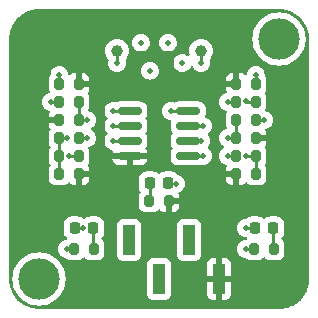
<source format=gbr>
%TF.GenerationSoftware,KiCad,Pcbnew,7.0.9*%
%TF.CreationDate,2023-12-14T21:42:17-08:00*%
%TF.ProjectId,encoder-board,656e636f-6465-4722-9d62-6f6172642e6b,rev?*%
%TF.SameCoordinates,Original*%
%TF.FileFunction,Copper,L1,Top*%
%TF.FilePolarity,Positive*%
%FSLAX46Y46*%
G04 Gerber Fmt 4.6, Leading zero omitted, Abs format (unit mm)*
G04 Created by KiCad (PCBNEW 7.0.9) date 2023-12-14 21:42:17*
%MOMM*%
%LPD*%
G01*
G04 APERTURE LIST*
G04 Aperture macros list*
%AMRoundRect*
0 Rectangle with rounded corners*
0 $1 Rounding radius*
0 $2 $3 $4 $5 $6 $7 $8 $9 X,Y pos of 4 corners*
0 Add a 4 corners polygon primitive as box body*
4,1,4,$2,$3,$4,$5,$6,$7,$8,$9,$2,$3,0*
0 Add four circle primitives for the rounded corners*
1,1,$1+$1,$2,$3*
1,1,$1+$1,$4,$5*
1,1,$1+$1,$6,$7*
1,1,$1+$1,$8,$9*
0 Add four rect primitives between the rounded corners*
20,1,$1+$1,$2,$3,$4,$5,0*
20,1,$1+$1,$4,$5,$6,$7,0*
20,1,$1+$1,$6,$7,$8,$9,0*
20,1,$1+$1,$8,$9,$2,$3,0*%
G04 Aperture macros list end*
%TA.AperFunction,SMDPad,CuDef*%
%ADD10RoundRect,0.200000X-0.200000X-0.275000X0.200000X-0.275000X0.200000X0.275000X-0.200000X0.275000X0*%
%TD*%
%TA.AperFunction,SMDPad,CuDef*%
%ADD11RoundRect,0.200000X0.200000X0.275000X-0.200000X0.275000X-0.200000X-0.275000X0.200000X-0.275000X0*%
%TD*%
%TA.AperFunction,SMDPad,CuDef*%
%ADD12RoundRect,0.218750X-0.218750X-0.256250X0.218750X-0.256250X0.218750X0.256250X-0.218750X0.256250X0*%
%TD*%
%TA.AperFunction,SMDPad,CuDef*%
%ADD13RoundRect,0.150000X0.825000X0.150000X-0.825000X0.150000X-0.825000X-0.150000X0.825000X-0.150000X0*%
%TD*%
%TA.AperFunction,SMDPad,CuDef*%
%ADD14C,1.000000*%
%TD*%
%TA.AperFunction,ComponentPad*%
%ADD15C,3.500000*%
%TD*%
%TA.AperFunction,SMDPad,CuDef*%
%ADD16R,1.000000X2.510000*%
%TD*%
%TA.AperFunction,SMDPad,CuDef*%
%ADD17RoundRect,0.218750X0.218750X0.256250X-0.218750X0.256250X-0.218750X-0.256250X0.218750X-0.256250X0*%
%TD*%
%TA.AperFunction,ViaPad*%
%ADD18C,0.500000*%
%TD*%
%TA.AperFunction,Conductor*%
%ADD19C,0.250000*%
%TD*%
G04 APERTURE END LIST*
D10*
%TO.P,R15,1*%
%TO.N,GND*%
X29655000Y-33274000D03*
%TO.P,R15,2*%
%TO.N,Net-(U3B-+)*%
X31305000Y-33274000D03*
%TD*%
%TO.P,R11,1*%
%TO.N,+3V3*%
X29655000Y-34798000D03*
%TO.P,R11,2*%
%TO.N,Net-(U3B-+)*%
X31305000Y-34798000D03*
%TD*%
D11*
%TO.P,R2,1*%
%TO.N,+3V3*%
X31305000Y-39370000D03*
%TO.P,R2,2*%
%TO.N,A2*%
X29655000Y-39370000D03*
%TD*%
%TO.P,R13,1*%
%TO.N,D2*%
X31305000Y-37846000D03*
%TO.P,R13,2*%
%TO.N,A2*%
X29655000Y-37846000D03*
%TD*%
D12*
%TO.P,D2,1,K*%
%TO.N,GND*%
X30962500Y-43942000D03*
%TO.P,D2,2,A*%
%TO.N,Net-(D2-A)*%
X32537500Y-43942000D03*
%TD*%
D10*
%TO.P,R9,1*%
%TO.N,Net-(U3A-+)*%
X44641000Y-33274000D03*
%TO.P,R9,2*%
%TO.N,A1*%
X46291000Y-33274000D03*
%TD*%
D11*
%TO.P,R3,1*%
%TO.N,Net-(U1-A)*%
X46291000Y-31750000D03*
%TO.P,R3,2*%
%TO.N,+3V3*%
X44641000Y-31750000D03*
%TD*%
D13*
%TO.P,U3,8,V+*%
%TO.N,+3V3*%
X35625000Y-37846000D03*
%TO.P,U3,7*%
%TO.N,D2*%
X35625000Y-36576000D03*
%TO.P,U3,6,-*%
%TO.N,Net-(U3B--)*%
X35625000Y-35306000D03*
%TO.P,U3,5,+*%
%TO.N,Net-(U3B-+)*%
X35625000Y-34036000D03*
%TO.P,U3,4,V-*%
%TO.N,GND*%
X40575000Y-34036000D03*
%TO.P,U3,3,+*%
%TO.N,Net-(U3A-+)*%
X40575000Y-35306000D03*
%TO.P,U3,2,-*%
%TO.N,Net-(U3A--)*%
X40575000Y-36576000D03*
%TO.P,U3,1*%
%TO.N,D1*%
X40575000Y-37846000D03*
%TD*%
D14*
%TO.P,TP1,1,1*%
%TO.N,A1*%
X41656000Y-28956000D03*
%TD*%
D15*
%TO.P,H2,1,1*%
%TO.N,GND*%
X27940000Y-48260000D03*
%TD*%
D10*
%TO.P,R10,1*%
%TO.N,D1*%
X44641000Y-37846000D03*
%TO.P,R10,2*%
%TO.N,A1*%
X46291000Y-37846000D03*
%TD*%
D15*
%TO.P,H1,1,1*%
%TO.N,GND*%
X48260000Y-27940000D03*
%TD*%
D10*
%TO.P,R6,1*%
%TO.N,D1*%
X46165000Y-45720000D03*
%TO.P,R6,2*%
%TO.N,Net-(D1-A)*%
X47815000Y-45720000D03*
%TD*%
D11*
%TO.P,R12,1*%
%TO.N,Net-(U3B--)*%
X31305000Y-36322000D03*
%TO.P,R12,2*%
%TO.N,A2*%
X29655000Y-36322000D03*
%TD*%
%TO.P,R14,1*%
%TO.N,GND*%
X46291000Y-34798000D03*
%TO.P,R14,2*%
%TO.N,Net-(U3A--)*%
X44641000Y-34798000D03*
%TD*%
%TO.P,R8,1*%
%TO.N,+3V3*%
X46291000Y-36322000D03*
%TO.P,R8,2*%
%TO.N,Net-(U3A--)*%
X44641000Y-36322000D03*
%TD*%
D14*
%TO.P,TP2,1,1*%
%TO.N,A2*%
X34544000Y-28956000D03*
%TD*%
D16*
%TO.P,J1,1,Pin_1*%
%TO.N,GND*%
X35560000Y-44958000D03*
%TO.P,J1,2,Pin_2*%
%TO.N,D2*%
X38100000Y-48268000D03*
%TO.P,J1,3,Pin_3*%
%TO.N,D1*%
X40640000Y-44958000D03*
%TO.P,J1,4,Pin_4*%
%TO.N,+3V3*%
X43180000Y-48268000D03*
%TD*%
D11*
%TO.P,R5,1*%
%TO.N,+3V3*%
X38925000Y-41656000D03*
%TO.P,R5,2*%
%TO.N,Net-(PW1-A)*%
X37275000Y-41656000D03*
%TD*%
D17*
%TO.P,PW1,1,K*%
%TO.N,GND*%
X38887500Y-40132000D03*
%TO.P,PW1,2,A*%
%TO.N,Net-(PW1-A)*%
X37312500Y-40132000D03*
%TD*%
D10*
%TO.P,R4,1*%
%TO.N,Net-(U2-A)*%
X29655000Y-31750000D03*
%TO.P,R4,2*%
%TO.N,+3V3*%
X31305000Y-31750000D03*
%TD*%
%TO.P,R7,1*%
%TO.N,D2*%
X30925000Y-45720000D03*
%TO.P,R7,2*%
%TO.N,Net-(D2-A)*%
X32575000Y-45720000D03*
%TD*%
D12*
%TO.P,D1,1,K*%
%TO.N,GND*%
X46202500Y-43942000D03*
%TO.P,D1,2,A*%
%TO.N,Net-(D1-A)*%
X47777500Y-43942000D03*
%TD*%
D10*
%TO.P,R1,1*%
%TO.N,+3V3*%
X44641000Y-39370000D03*
%TO.P,R1,2*%
%TO.N,A1*%
X46291000Y-39370000D03*
%TD*%
D18*
%TO.N,GND*%
X45466000Y-43942000D03*
X46990000Y-34798000D03*
X28956000Y-33274000D03*
X35560000Y-44196000D03*
X31650500Y-43923154D03*
X39573200Y-40182800D03*
X35560000Y-45720000D03*
X35560000Y-44958000D03*
X39116000Y-34036000D03*
%TO.N,A2*%
X34544000Y-29972000D03*
X30327600Y-36322000D03*
X37338254Y-30632400D03*
%TO.N,A1*%
X40081200Y-29972000D03*
X45490500Y-33224747D03*
X45490500Y-37817939D03*
X41656000Y-29972000D03*
%TO.N,D2*%
X30504500Y-37846000D03*
X34239200Y-36576000D03*
X38100000Y-48268000D03*
X30276800Y-45720000D03*
%TO.N,D1*%
X45466000Y-45720000D03*
X40640000Y-44958000D03*
X41808400Y-37846000D03*
X43942000Y-37846000D03*
%TO.N,Net-(U3A--)*%
X41656000Y-36576000D03*
X43942000Y-36322000D03*
%TO.N,Net-(U3A-+)*%
X41808400Y-35306000D03*
X43942000Y-33274000D03*
%TO.N,Net-(U3B-+)*%
X34239200Y-34036000D03*
X32004000Y-34798000D03*
%TO.N,Net-(U3B--)*%
X32004000Y-36322000D03*
X34239200Y-35306000D03*
%TO.N,Net-(U1-A)*%
X38862000Y-28244800D03*
X46278800Y-30988000D03*
%TO.N,Net-(U2-A)*%
X29667200Y-30988000D03*
X36576000Y-28244800D03*
%TD*%
D19*
%TO.N,GND*%
X40575000Y-34036000D02*
X39116000Y-34036000D01*
X30962500Y-43942000D02*
X31631654Y-43942000D01*
X31631654Y-43942000D02*
X31650500Y-43923154D01*
X29655000Y-33274000D02*
X28956000Y-33274000D01*
X46291000Y-34798000D02*
X46990000Y-34798000D01*
X46202500Y-43942000D02*
X45466000Y-43942000D01*
%TO.N,A2*%
X34544000Y-28956000D02*
X34544000Y-29972000D01*
X29655000Y-36322000D02*
X30327600Y-36322000D01*
X29655000Y-36322000D02*
X29655000Y-39370000D01*
%TO.N,A1*%
X46291000Y-37846000D02*
X46291000Y-39370000D01*
X45518561Y-37846000D02*
X46291000Y-37846000D01*
X41656000Y-28956000D02*
X41656000Y-29972000D01*
X46291000Y-33274000D02*
X45539753Y-33274000D01*
X45539753Y-33274000D02*
X45490500Y-33224747D01*
X45490500Y-37817939D02*
X45518561Y-37846000D01*
%TO.N,D2*%
X35625000Y-36576000D02*
X34239200Y-36576000D01*
X30962500Y-45682500D02*
X30925000Y-45720000D01*
X30925000Y-45720000D02*
X30276800Y-45720000D01*
X31305000Y-37846000D02*
X30504500Y-37846000D01*
X30962500Y-45428500D02*
X30925000Y-45466000D01*
%TO.N,D1*%
X46202500Y-45682500D02*
X46165000Y-45720000D01*
X44641000Y-37846000D02*
X43942000Y-37846000D01*
X40575000Y-37846000D02*
X41808400Y-37846000D01*
X46165000Y-45720000D02*
X45466000Y-45720000D01*
%TO.N,+3V3*%
X38887500Y-41618500D02*
X38925000Y-41656000D01*
%TO.N,Net-(D1-A)*%
X47777500Y-43942000D02*
X47777500Y-45682500D01*
X47777500Y-45682500D02*
X47815000Y-45720000D01*
%TO.N,Net-(D2-A)*%
X32537500Y-43942000D02*
X32537500Y-45682500D01*
X32537500Y-45682500D02*
X32575000Y-45720000D01*
%TO.N,Net-(U3A--)*%
X44641000Y-36322000D02*
X43942000Y-36322000D01*
X44641000Y-34798000D02*
X44641000Y-36322000D01*
X40575000Y-36576000D02*
X41656000Y-36576000D01*
%TO.N,Net-(U3A-+)*%
X41808400Y-35306000D02*
X40575000Y-35306000D01*
X44641000Y-33274000D02*
X43942000Y-33274000D01*
%TO.N,Net-(U3B-+)*%
X31305000Y-34798000D02*
X32004000Y-34798000D01*
X31305000Y-33274000D02*
X31305000Y-34798000D01*
X35625000Y-34036000D02*
X34239200Y-34036000D01*
%TO.N,Net-(U3B--)*%
X31305000Y-36322000D02*
X32004000Y-36322000D01*
X35625000Y-35306000D02*
X34239200Y-35306000D01*
%TO.N,Net-(PW1-A)*%
X37312500Y-40132000D02*
X37312500Y-41618500D01*
X37312500Y-41618500D02*
X37275000Y-41656000D01*
%TO.N,Net-(U1-A)*%
X46291000Y-31000200D02*
X46278800Y-30988000D01*
X46291000Y-31750000D02*
X46291000Y-31000200D01*
%TO.N,Net-(U2-A)*%
X29655000Y-31000200D02*
X29655000Y-31750000D01*
X29667200Y-30988000D02*
X29655000Y-31000200D01*
%TD*%
%TA.AperFunction,Conductor*%
%TO.N,+3V3*%
G36*
X48261737Y-25400598D02*
G01*
X48295041Y-25402467D01*
X48375603Y-25406992D01*
X48547691Y-25417401D01*
X48554297Y-25418160D01*
X48625907Y-25430327D01*
X48690343Y-25441277D01*
X48783462Y-25458340D01*
X48839227Y-25468560D01*
X48845198Y-25469963D01*
X48982032Y-25509384D01*
X49122850Y-25553265D01*
X49128092Y-25555164D01*
X49261420Y-25610391D01*
X49394609Y-25670334D01*
X49399147Y-25672605D01*
X49455891Y-25703966D01*
X49526422Y-25742947D01*
X49526439Y-25742956D01*
X49650935Y-25818217D01*
X49654739Y-25820711D01*
X49772726Y-25904427D01*
X49775072Y-25906176D01*
X49870416Y-25980874D01*
X49888332Y-25994910D01*
X49891409Y-25997486D01*
X49999430Y-26094018D01*
X50001957Y-26096408D01*
X50103590Y-26198041D01*
X50105980Y-26200568D01*
X50202512Y-26308589D01*
X50205088Y-26311666D01*
X50293811Y-26424912D01*
X50295571Y-26427272D01*
X50379287Y-26545259D01*
X50381781Y-26549063D01*
X50457043Y-26673560D01*
X50527393Y-26800851D01*
X50529668Y-26805398D01*
X50589609Y-26938581D01*
X50644831Y-27071899D01*
X50646744Y-27077183D01*
X50669633Y-27150634D01*
X50690631Y-27218021D01*
X50730032Y-27354790D01*
X50731440Y-27360781D01*
X50758722Y-27509656D01*
X50781835Y-27645683D01*
X50782599Y-27652330D01*
X50793012Y-27824475D01*
X50799402Y-27938263D01*
X50799500Y-27941741D01*
X50799500Y-48258258D01*
X50799402Y-48261736D01*
X50793012Y-48375524D01*
X50782599Y-48547668D01*
X50781835Y-48554315D01*
X50758722Y-48690343D01*
X50731440Y-48839217D01*
X50730032Y-48845208D01*
X50690625Y-48982001D01*
X50646744Y-49122815D01*
X50644831Y-49128099D01*
X50589609Y-49261418D01*
X50529668Y-49394600D01*
X50527394Y-49399147D01*
X50457043Y-49526439D01*
X50381781Y-49650936D01*
X50379287Y-49654739D01*
X50295571Y-49772726D01*
X50293811Y-49775086D01*
X50205088Y-49888332D01*
X50202512Y-49891409D01*
X50105980Y-49999430D01*
X50103590Y-50001957D01*
X50001957Y-50103590D01*
X49999430Y-50105980D01*
X49891409Y-50202512D01*
X49888332Y-50205088D01*
X49775086Y-50293811D01*
X49772726Y-50295571D01*
X49654739Y-50379287D01*
X49650936Y-50381781D01*
X49526439Y-50457043D01*
X49399147Y-50527394D01*
X49394600Y-50529668D01*
X49261418Y-50589609D01*
X49128099Y-50644831D01*
X49122815Y-50646744D01*
X49005231Y-50683385D01*
X48981990Y-50690627D01*
X48845208Y-50730032D01*
X48839217Y-50731440D01*
X48690343Y-50758722D01*
X48554315Y-50781835D01*
X48547668Y-50782599D01*
X48375524Y-50793012D01*
X48261736Y-50799402D01*
X48258258Y-50799500D01*
X27941742Y-50799500D01*
X27938265Y-50799402D01*
X27824475Y-50793012D01*
X27652330Y-50782599D01*
X27645683Y-50781835D01*
X27509656Y-50758722D01*
X27360781Y-50731440D01*
X27354790Y-50730032D01*
X27218021Y-50690631D01*
X27150634Y-50669633D01*
X27077183Y-50646744D01*
X27071899Y-50644831D01*
X26938581Y-50589609D01*
X26805398Y-50529668D01*
X26800851Y-50527393D01*
X26673560Y-50457043D01*
X26549063Y-50381781D01*
X26545259Y-50379287D01*
X26427272Y-50295571D01*
X26424912Y-50293811D01*
X26311666Y-50205088D01*
X26308589Y-50202512D01*
X26200568Y-50105980D01*
X26198041Y-50103590D01*
X26096408Y-50001957D01*
X26094018Y-49999430D01*
X25997486Y-49891409D01*
X25994910Y-49888332D01*
X25968606Y-49854758D01*
X25906176Y-49775072D01*
X25904427Y-49772726D01*
X25820711Y-49654739D01*
X25818217Y-49650935D01*
X25742956Y-49526439D01*
X25672605Y-49399147D01*
X25670330Y-49394600D01*
X25610390Y-49261418D01*
X25555167Y-49128099D01*
X25553265Y-49122850D01*
X25509375Y-48982001D01*
X25469963Y-48845198D01*
X25468560Y-48839227D01*
X25458340Y-48783462D01*
X25441277Y-48690343D01*
X25430327Y-48625907D01*
X25418160Y-48554297D01*
X25417401Y-48547691D01*
X25406992Y-48375603D01*
X25402626Y-48297867D01*
X25400598Y-48261736D01*
X25400549Y-48260007D01*
X25684671Y-48260007D01*
X25703964Y-48554363D01*
X25703965Y-48554373D01*
X25703966Y-48554380D01*
X25703968Y-48554390D01*
X25761518Y-48843716D01*
X25761521Y-48843730D01*
X25856349Y-49123080D01*
X25986825Y-49387660D01*
X25986829Y-49387667D01*
X26150725Y-49632955D01*
X26345241Y-49854758D01*
X26567044Y-50049274D01*
X26648334Y-50103590D01*
X26812335Y-50213172D01*
X27076923Y-50343652D01*
X27356278Y-50438481D01*
X27645620Y-50496034D01*
X27673888Y-50497886D01*
X27939993Y-50515329D01*
X27940000Y-50515329D01*
X27940007Y-50515329D01*
X28175675Y-50499881D01*
X28234380Y-50496034D01*
X28523722Y-50438481D01*
X28803077Y-50343652D01*
X29067665Y-50213172D01*
X29312957Y-50049273D01*
X29534758Y-49854758D01*
X29729273Y-49632957D01*
X29770758Y-49570870D01*
X37099500Y-49570870D01*
X37099501Y-49570876D01*
X37105908Y-49630483D01*
X37156202Y-49765328D01*
X37156206Y-49765335D01*
X37242452Y-49880544D01*
X37242455Y-49880547D01*
X37357664Y-49966793D01*
X37357671Y-49966797D01*
X37492517Y-50017091D01*
X37492516Y-50017091D01*
X37499444Y-50017835D01*
X37552127Y-50023500D01*
X38647872Y-50023499D01*
X38707483Y-50017091D01*
X38842331Y-49966796D01*
X38957546Y-49880546D01*
X39043796Y-49765331D01*
X39094091Y-49630483D01*
X39100500Y-49570873D01*
X39100499Y-48518000D01*
X42180000Y-48518000D01*
X42180000Y-49570844D01*
X42186401Y-49630372D01*
X42186403Y-49630379D01*
X42236645Y-49765086D01*
X42236649Y-49765093D01*
X42322809Y-49880187D01*
X42322812Y-49880190D01*
X42437906Y-49966350D01*
X42437913Y-49966354D01*
X42572620Y-50016596D01*
X42572627Y-50016598D01*
X42632155Y-50022999D01*
X42632172Y-50023000D01*
X42930000Y-50023000D01*
X42930000Y-48518000D01*
X43430000Y-48518000D01*
X43430000Y-50023000D01*
X43727828Y-50023000D01*
X43727844Y-50022999D01*
X43787372Y-50016598D01*
X43787379Y-50016596D01*
X43922086Y-49966354D01*
X43922093Y-49966350D01*
X44037187Y-49880190D01*
X44037190Y-49880187D01*
X44123350Y-49765093D01*
X44123354Y-49765086D01*
X44173596Y-49630379D01*
X44173598Y-49630372D01*
X44179999Y-49570844D01*
X44180000Y-49570827D01*
X44180000Y-48518000D01*
X43430000Y-48518000D01*
X42930000Y-48518000D01*
X42180000Y-48518000D01*
X39100499Y-48518000D01*
X39100499Y-48018000D01*
X42180000Y-48018000D01*
X42930000Y-48018000D01*
X42930000Y-46513000D01*
X43430000Y-46513000D01*
X43430000Y-48018000D01*
X44180000Y-48018000D01*
X44180000Y-46965172D01*
X44179999Y-46965155D01*
X44173598Y-46905627D01*
X44173596Y-46905620D01*
X44123354Y-46770913D01*
X44123350Y-46770906D01*
X44037190Y-46655812D01*
X44037187Y-46655809D01*
X43922093Y-46569649D01*
X43922086Y-46569645D01*
X43787379Y-46519403D01*
X43787372Y-46519401D01*
X43727844Y-46513000D01*
X43430000Y-46513000D01*
X42930000Y-46513000D01*
X42632155Y-46513000D01*
X42572627Y-46519401D01*
X42572620Y-46519403D01*
X42437913Y-46569645D01*
X42437906Y-46569649D01*
X42322812Y-46655809D01*
X42322809Y-46655812D01*
X42236649Y-46770906D01*
X42236645Y-46770913D01*
X42186403Y-46905620D01*
X42186401Y-46905627D01*
X42180000Y-46965155D01*
X42180000Y-48018000D01*
X39100499Y-48018000D01*
X39100499Y-46965128D01*
X39094091Y-46905517D01*
X39043884Y-46770906D01*
X39043797Y-46770671D01*
X39043793Y-46770664D01*
X38957547Y-46655455D01*
X38957544Y-46655452D01*
X38842335Y-46569206D01*
X38842328Y-46569202D01*
X38707482Y-46518908D01*
X38707483Y-46518908D01*
X38647883Y-46512501D01*
X38647881Y-46512500D01*
X38647873Y-46512500D01*
X38647864Y-46512500D01*
X37552129Y-46512500D01*
X37552123Y-46512501D01*
X37492516Y-46518908D01*
X37357671Y-46569202D01*
X37357664Y-46569206D01*
X37242455Y-46655452D01*
X37242452Y-46655455D01*
X37156206Y-46770664D01*
X37156202Y-46770671D01*
X37105908Y-46905517D01*
X37099501Y-46965116D01*
X37099501Y-46965123D01*
X37099500Y-46965135D01*
X37099500Y-49570870D01*
X29770758Y-49570870D01*
X29893172Y-49387665D01*
X30023652Y-49123077D01*
X30118481Y-48843722D01*
X30176034Y-48554380D01*
X30187757Y-48375524D01*
X30195329Y-48260007D01*
X30195329Y-48259992D01*
X30176035Y-47965636D01*
X30176034Y-47965620D01*
X30118481Y-47676278D01*
X30023652Y-47396923D01*
X29893172Y-47132336D01*
X29729273Y-46887043D01*
X29686655Y-46838447D01*
X29534758Y-46665241D01*
X29312955Y-46470725D01*
X29067667Y-46306829D01*
X29067660Y-46306825D01*
X28803080Y-46176349D01*
X28523730Y-46081521D01*
X28523724Y-46081519D01*
X28523722Y-46081519D01*
X28234380Y-46023966D01*
X28234373Y-46023965D01*
X28234363Y-46023964D01*
X27940007Y-46004671D01*
X27939993Y-46004671D01*
X27645636Y-46023964D01*
X27645624Y-46023965D01*
X27645620Y-46023966D01*
X27645612Y-46023967D01*
X27645609Y-46023968D01*
X27356283Y-46081518D01*
X27356269Y-46081521D01*
X27076919Y-46176349D01*
X26812334Y-46306828D01*
X26567041Y-46470728D01*
X26345241Y-46665241D01*
X26150728Y-46887041D01*
X25986828Y-47132334D01*
X25856349Y-47396919D01*
X25761521Y-47676269D01*
X25761518Y-47676283D01*
X25703968Y-47965609D01*
X25703964Y-47965636D01*
X25684671Y-48259992D01*
X25684671Y-48260007D01*
X25400549Y-48260007D01*
X25400500Y-48258259D01*
X25400500Y-45720002D01*
X29521551Y-45720002D01*
X29540485Y-45888056D01*
X29596345Y-46047694D01*
X29596347Y-46047697D01*
X29686318Y-46190884D01*
X29686323Y-46190890D01*
X29805909Y-46310476D01*
X29805915Y-46310481D01*
X29949102Y-46400452D01*
X29949108Y-46400455D01*
X29949110Y-46400456D01*
X30108741Y-46456313D01*
X30163575Y-46462491D01*
X30227987Y-46489556D01*
X30237372Y-46498030D01*
X30289811Y-46550469D01*
X30289813Y-46550470D01*
X30289815Y-46550472D01*
X30435394Y-46638478D01*
X30597804Y-46689086D01*
X30668384Y-46695500D01*
X30668387Y-46695500D01*
X31181613Y-46695500D01*
X31181616Y-46695500D01*
X31252196Y-46689086D01*
X31414606Y-46638478D01*
X31560185Y-46550472D01*
X31606176Y-46504481D01*
X31662319Y-46448339D01*
X31723642Y-46414854D01*
X31793334Y-46419838D01*
X31837681Y-46448339D01*
X31939811Y-46550469D01*
X31939813Y-46550470D01*
X31939815Y-46550472D01*
X32085394Y-46638478D01*
X32247804Y-46689086D01*
X32318384Y-46695500D01*
X32318387Y-46695500D01*
X32831613Y-46695500D01*
X32831616Y-46695500D01*
X32902196Y-46689086D01*
X33064606Y-46638478D01*
X33210185Y-46550472D01*
X33330472Y-46430185D01*
X33418478Y-46284606D01*
X33425874Y-46260870D01*
X34559500Y-46260870D01*
X34559501Y-46260876D01*
X34565908Y-46320483D01*
X34616202Y-46455328D01*
X34616206Y-46455335D01*
X34702452Y-46570544D01*
X34702455Y-46570547D01*
X34817664Y-46656793D01*
X34817671Y-46656797D01*
X34952517Y-46707091D01*
X34952516Y-46707091D01*
X34959444Y-46707835D01*
X35012127Y-46713500D01*
X36107872Y-46713499D01*
X36167483Y-46707091D01*
X36302331Y-46656796D01*
X36417546Y-46570546D01*
X36503796Y-46455331D01*
X36554091Y-46320483D01*
X36560500Y-46260873D01*
X36560500Y-46260870D01*
X39639500Y-46260870D01*
X39639501Y-46260876D01*
X39645908Y-46320483D01*
X39696202Y-46455328D01*
X39696206Y-46455335D01*
X39782452Y-46570544D01*
X39782455Y-46570547D01*
X39897664Y-46656793D01*
X39897671Y-46656797D01*
X40032517Y-46707091D01*
X40032516Y-46707091D01*
X40039444Y-46707835D01*
X40092127Y-46713500D01*
X41187872Y-46713499D01*
X41247483Y-46707091D01*
X41382331Y-46656796D01*
X41497546Y-46570546D01*
X41583796Y-46455331D01*
X41634091Y-46320483D01*
X41640500Y-46260873D01*
X41640500Y-45720002D01*
X44710751Y-45720002D01*
X44729685Y-45888056D01*
X44785545Y-46047694D01*
X44785547Y-46047697D01*
X44875518Y-46190884D01*
X44875523Y-46190890D01*
X44995109Y-46310476D01*
X44995115Y-46310481D01*
X45138302Y-46400452D01*
X45138305Y-46400454D01*
X45138309Y-46400455D01*
X45138310Y-46400456D01*
X45295126Y-46455328D01*
X45297941Y-46456313D01*
X45297946Y-46456314D01*
X45410025Y-46468942D01*
X45474439Y-46496008D01*
X45483823Y-46504481D01*
X45529811Y-46550469D01*
X45529813Y-46550470D01*
X45529815Y-46550472D01*
X45675394Y-46638478D01*
X45837804Y-46689086D01*
X45908384Y-46695500D01*
X45908387Y-46695500D01*
X46421613Y-46695500D01*
X46421616Y-46695500D01*
X46492196Y-46689086D01*
X46654606Y-46638478D01*
X46800185Y-46550472D01*
X46846176Y-46504481D01*
X46902319Y-46448339D01*
X46963642Y-46414854D01*
X47033334Y-46419838D01*
X47077681Y-46448339D01*
X47179811Y-46550469D01*
X47179813Y-46550470D01*
X47179815Y-46550472D01*
X47325394Y-46638478D01*
X47487804Y-46689086D01*
X47558384Y-46695500D01*
X47558387Y-46695500D01*
X48071613Y-46695500D01*
X48071616Y-46695500D01*
X48142196Y-46689086D01*
X48304606Y-46638478D01*
X48450185Y-46550472D01*
X48570472Y-46430185D01*
X48658478Y-46284606D01*
X48709086Y-46122196D01*
X48715500Y-46051616D01*
X48715500Y-45388384D01*
X48709086Y-45317804D01*
X48658478Y-45155394D01*
X48570472Y-45009815D01*
X48570470Y-45009813D01*
X48570469Y-45009811D01*
X48473846Y-44913188D01*
X48440361Y-44851865D01*
X48445345Y-44782173D01*
X48473846Y-44737826D01*
X48514477Y-44697195D01*
X48564281Y-44647391D01*
X48652549Y-44504287D01*
X48705436Y-44344685D01*
X48715500Y-44246174D01*
X48715500Y-43637826D01*
X48705436Y-43539315D01*
X48652549Y-43379713D01*
X48652545Y-43379707D01*
X48652544Y-43379704D01*
X48564283Y-43236612D01*
X48564280Y-43236608D01*
X48445391Y-43117719D01*
X48445387Y-43117716D01*
X48302295Y-43029455D01*
X48302289Y-43029452D01*
X48302287Y-43029451D01*
X48142685Y-42976564D01*
X48142683Y-42976563D01*
X48044181Y-42966500D01*
X48044174Y-42966500D01*
X47510826Y-42966500D01*
X47510818Y-42966500D01*
X47412316Y-42976563D01*
X47412315Y-42976564D01*
X47333219Y-43002773D01*
X47252715Y-43029450D01*
X47252704Y-43029455D01*
X47109612Y-43117716D01*
X47109608Y-43117719D01*
X47077681Y-43149647D01*
X47016358Y-43183132D01*
X46946666Y-43178148D01*
X46902319Y-43149647D01*
X46870391Y-43117719D01*
X46870387Y-43117716D01*
X46727295Y-43029455D01*
X46727289Y-43029452D01*
X46727287Y-43029451D01*
X46567685Y-42976564D01*
X46567683Y-42976563D01*
X46469181Y-42966500D01*
X46469174Y-42966500D01*
X45935826Y-42966500D01*
X45935818Y-42966500D01*
X45837316Y-42976563D01*
X45837315Y-42976564D01*
X45758219Y-43002773D01*
X45677715Y-43029450D01*
X45677704Y-43029455D01*
X45534609Y-43117717D01*
X45496202Y-43156124D01*
X45434879Y-43189609D01*
X45422406Y-43191662D01*
X45297946Y-43205685D01*
X45138307Y-43261544D01*
X45138302Y-43261547D01*
X44995115Y-43351518D01*
X44995109Y-43351523D01*
X44875523Y-43471109D01*
X44875518Y-43471115D01*
X44785547Y-43614302D01*
X44785545Y-43614305D01*
X44729685Y-43773943D01*
X44710751Y-43941997D01*
X44710751Y-43942002D01*
X44729685Y-44110056D01*
X44785545Y-44269694D01*
X44785547Y-44269697D01*
X44875518Y-44412884D01*
X44875523Y-44412890D01*
X44995109Y-44532476D01*
X44995115Y-44532481D01*
X45138302Y-44622452D01*
X45138305Y-44622454D01*
X45138309Y-44622455D01*
X45138310Y-44622456D01*
X45273604Y-44669797D01*
X45297941Y-44678313D01*
X45297946Y-44678314D01*
X45422406Y-44692337D01*
X45486820Y-44719403D01*
X45496204Y-44727876D01*
X45506154Y-44737826D01*
X45539639Y-44799149D01*
X45534655Y-44868841D01*
X45506152Y-44913190D01*
X45483821Y-44935520D01*
X45422497Y-44969004D01*
X45410026Y-44971057D01*
X45297946Y-44983685D01*
X45138307Y-45039544D01*
X45138302Y-45039547D01*
X44995115Y-45129518D01*
X44995109Y-45129523D01*
X44875523Y-45249109D01*
X44875518Y-45249115D01*
X44785547Y-45392302D01*
X44785545Y-45392305D01*
X44729685Y-45551943D01*
X44710751Y-45719997D01*
X44710751Y-45720002D01*
X41640500Y-45720002D01*
X41640499Y-43655128D01*
X41634091Y-43595517D01*
X41613129Y-43539316D01*
X41583797Y-43460671D01*
X41583793Y-43460664D01*
X41497547Y-43345455D01*
X41497544Y-43345452D01*
X41382335Y-43259206D01*
X41382328Y-43259202D01*
X41247482Y-43208908D01*
X41247483Y-43208908D01*
X41187883Y-43202501D01*
X41187881Y-43202500D01*
X41187873Y-43202500D01*
X41187864Y-43202500D01*
X40092129Y-43202500D01*
X40092123Y-43202501D01*
X40032516Y-43208908D01*
X39897671Y-43259202D01*
X39897664Y-43259206D01*
X39782455Y-43345452D01*
X39782452Y-43345455D01*
X39696206Y-43460664D01*
X39696202Y-43460671D01*
X39645908Y-43595517D01*
X39639501Y-43655116D01*
X39639501Y-43655123D01*
X39639500Y-43655135D01*
X39639500Y-46260870D01*
X36560500Y-46260870D01*
X36560499Y-43655128D01*
X36554091Y-43595517D01*
X36533129Y-43539316D01*
X36503797Y-43460671D01*
X36503793Y-43460664D01*
X36417547Y-43345455D01*
X36417544Y-43345452D01*
X36302335Y-43259206D01*
X36302328Y-43259202D01*
X36167482Y-43208908D01*
X36167483Y-43208908D01*
X36107883Y-43202501D01*
X36107881Y-43202500D01*
X36107873Y-43202500D01*
X36107864Y-43202500D01*
X35012129Y-43202500D01*
X35012123Y-43202501D01*
X34952516Y-43208908D01*
X34817671Y-43259202D01*
X34817664Y-43259206D01*
X34702455Y-43345452D01*
X34702452Y-43345455D01*
X34616206Y-43460664D01*
X34616202Y-43460671D01*
X34565908Y-43595517D01*
X34559501Y-43655116D01*
X34559501Y-43655123D01*
X34559500Y-43655135D01*
X34559500Y-46260870D01*
X33425874Y-46260870D01*
X33469086Y-46122196D01*
X33475500Y-46051616D01*
X33475500Y-45388384D01*
X33469086Y-45317804D01*
X33418478Y-45155394D01*
X33330472Y-45009815D01*
X33330470Y-45009813D01*
X33330469Y-45009811D01*
X33233846Y-44913188D01*
X33200361Y-44851865D01*
X33205345Y-44782173D01*
X33233846Y-44737826D01*
X33274477Y-44697195D01*
X33324281Y-44647391D01*
X33412549Y-44504287D01*
X33465436Y-44344685D01*
X33475500Y-44246174D01*
X33475500Y-43637826D01*
X33465436Y-43539315D01*
X33412549Y-43379713D01*
X33412545Y-43379707D01*
X33412544Y-43379704D01*
X33324283Y-43236612D01*
X33324280Y-43236608D01*
X33205391Y-43117719D01*
X33205387Y-43117716D01*
X33062295Y-43029455D01*
X33062289Y-43029452D01*
X33062287Y-43029451D01*
X32902685Y-42976564D01*
X32902683Y-42976563D01*
X32804181Y-42966500D01*
X32804174Y-42966500D01*
X32270826Y-42966500D01*
X32270818Y-42966500D01*
X32172316Y-42976563D01*
X32172315Y-42976564D01*
X32093219Y-43002773D01*
X32012715Y-43029450D01*
X32012704Y-43029455D01*
X31869609Y-43117717D01*
X31844540Y-43142787D01*
X31783216Y-43176271D01*
X31742973Y-43178323D01*
X31734400Y-43177357D01*
X31727507Y-43176581D01*
X31663094Y-43149512D01*
X31653714Y-43141042D01*
X31630391Y-43117719D01*
X31630387Y-43117716D01*
X31487295Y-43029455D01*
X31487289Y-43029452D01*
X31487287Y-43029451D01*
X31327685Y-42976564D01*
X31327683Y-42976563D01*
X31229181Y-42966500D01*
X31229174Y-42966500D01*
X30695826Y-42966500D01*
X30695818Y-42966500D01*
X30597316Y-42976563D01*
X30597315Y-42976564D01*
X30518219Y-43002773D01*
X30437715Y-43029450D01*
X30437704Y-43029455D01*
X30294612Y-43117716D01*
X30294608Y-43117719D01*
X30175719Y-43236608D01*
X30175716Y-43236612D01*
X30087455Y-43379704D01*
X30087451Y-43379713D01*
X30034564Y-43539315D01*
X30034564Y-43539316D01*
X30034563Y-43539316D01*
X30024500Y-43637818D01*
X30024500Y-44246181D01*
X30034563Y-44344683D01*
X30087450Y-44504284D01*
X30087455Y-44504295D01*
X30175716Y-44647387D01*
X30175719Y-44647391D01*
X30266154Y-44737826D01*
X30299639Y-44799149D01*
X30294655Y-44868841D01*
X30266151Y-44913191D01*
X30237369Y-44941971D01*
X30176045Y-44975454D01*
X30163577Y-44977507D01*
X30108746Y-44983685D01*
X29949107Y-45039544D01*
X29949102Y-45039547D01*
X29805915Y-45129518D01*
X29805909Y-45129523D01*
X29686323Y-45249109D01*
X29686318Y-45249115D01*
X29596347Y-45392302D01*
X29596345Y-45392305D01*
X29540485Y-45551943D01*
X29521551Y-45719997D01*
X29521551Y-45720002D01*
X25400500Y-45720002D01*
X25400500Y-41987613D01*
X36374500Y-41987613D01*
X36380913Y-42058192D01*
X36380913Y-42058194D01*
X36380914Y-42058196D01*
X36431522Y-42220606D01*
X36513058Y-42355483D01*
X36519530Y-42366188D01*
X36639811Y-42486469D01*
X36639813Y-42486470D01*
X36639815Y-42486472D01*
X36785394Y-42574478D01*
X36947804Y-42625086D01*
X37018384Y-42631500D01*
X37018387Y-42631500D01*
X37531613Y-42631500D01*
X37531616Y-42631500D01*
X37602196Y-42625086D01*
X37764606Y-42574478D01*
X37910185Y-42486472D01*
X38012673Y-42383983D01*
X38073994Y-42350499D01*
X38143685Y-42355483D01*
X38188034Y-42383984D01*
X38290122Y-42486072D01*
X38435604Y-42574019D01*
X38435603Y-42574019D01*
X38597894Y-42624590D01*
X38597893Y-42624590D01*
X38668408Y-42630998D01*
X38668426Y-42630999D01*
X38674999Y-42630998D01*
X38675000Y-42630998D01*
X38675000Y-41906000D01*
X39175000Y-41906000D01*
X39175000Y-42630999D01*
X39181581Y-42630999D01*
X39252102Y-42624591D01*
X39252107Y-42624590D01*
X39414396Y-42574018D01*
X39559877Y-42486072D01*
X39680072Y-42365877D01*
X39768019Y-42220395D01*
X39818590Y-42058106D01*
X39825000Y-41987572D01*
X39825000Y-41906000D01*
X39175000Y-41906000D01*
X38675000Y-41906000D01*
X38675000Y-41530000D01*
X38694685Y-41462961D01*
X38747489Y-41417206D01*
X38799000Y-41406000D01*
X39824999Y-41406000D01*
X39824999Y-41324417D01*
X39818591Y-41253897D01*
X39818590Y-41253892D01*
X39768018Y-41091603D01*
X39756311Y-41072236D01*
X39738475Y-41004681D01*
X39759993Y-40938208D01*
X39814033Y-40893920D01*
X39821454Y-40891051D01*
X39900890Y-40863256D01*
X39900892Y-40863255D01*
X39900897Y-40863252D01*
X40044084Y-40773281D01*
X40044085Y-40773280D01*
X40044090Y-40773277D01*
X40163677Y-40653690D01*
X40163681Y-40653684D01*
X40253652Y-40510497D01*
X40253654Y-40510494D01*
X40253654Y-40510492D01*
X40253656Y-40510490D01*
X40309513Y-40350859D01*
X40309513Y-40350858D01*
X40309514Y-40350856D01*
X40328449Y-40182802D01*
X40328449Y-40182797D01*
X40309514Y-40014743D01*
X40253654Y-39855105D01*
X40253652Y-39855102D01*
X40163681Y-39711915D01*
X40163676Y-39711909D01*
X40071767Y-39620000D01*
X43741001Y-39620000D01*
X43741001Y-39701582D01*
X43747408Y-39772102D01*
X43747409Y-39772107D01*
X43797981Y-39934396D01*
X43885927Y-40079877D01*
X44006122Y-40200072D01*
X44151604Y-40288019D01*
X44151603Y-40288019D01*
X44313894Y-40338590D01*
X44313893Y-40338590D01*
X44384408Y-40344998D01*
X44384426Y-40344999D01*
X44390999Y-40344998D01*
X44391000Y-40344998D01*
X44391000Y-39620000D01*
X43741001Y-39620000D01*
X40071767Y-39620000D01*
X40044090Y-39592323D01*
X40044084Y-39592318D01*
X39900897Y-39502347D01*
X39900892Y-39502344D01*
X39741254Y-39446485D01*
X39731290Y-39445363D01*
X39666877Y-39418295D01*
X39657496Y-39409824D01*
X39555391Y-39307719D01*
X39555387Y-39307716D01*
X39412295Y-39219455D01*
X39412289Y-39219452D01*
X39412287Y-39219451D01*
X39252685Y-39166564D01*
X39252683Y-39166563D01*
X39154181Y-39156500D01*
X39154174Y-39156500D01*
X38620826Y-39156500D01*
X38620818Y-39156500D01*
X38522316Y-39166563D01*
X38522315Y-39166564D01*
X38444079Y-39192489D01*
X38362715Y-39219450D01*
X38362704Y-39219455D01*
X38219612Y-39307716D01*
X38219608Y-39307719D01*
X38187681Y-39339647D01*
X38126358Y-39373132D01*
X38056666Y-39368148D01*
X38012319Y-39339647D01*
X37980391Y-39307719D01*
X37980387Y-39307716D01*
X37837295Y-39219455D01*
X37837289Y-39219452D01*
X37837287Y-39219451D01*
X37677685Y-39166564D01*
X37677683Y-39166563D01*
X37579181Y-39156500D01*
X37579174Y-39156500D01*
X37045826Y-39156500D01*
X37045818Y-39156500D01*
X36947316Y-39166563D01*
X36947315Y-39166564D01*
X36869079Y-39192489D01*
X36787715Y-39219450D01*
X36787704Y-39219455D01*
X36644612Y-39307716D01*
X36644608Y-39307719D01*
X36525719Y-39426608D01*
X36525716Y-39426612D01*
X36437455Y-39569704D01*
X36437451Y-39569713D01*
X36384564Y-39729315D01*
X36384564Y-39729316D01*
X36384563Y-39729316D01*
X36374500Y-39827818D01*
X36374500Y-40436181D01*
X36384563Y-40534683D01*
X36437450Y-40694284D01*
X36437455Y-40694295D01*
X36515942Y-40821541D01*
X36534383Y-40888933D01*
X36516521Y-40950788D01*
X36431522Y-41091393D01*
X36380913Y-41253807D01*
X36374500Y-41324386D01*
X36374500Y-41987613D01*
X25400500Y-41987613D01*
X25400500Y-33274002D01*
X28200751Y-33274002D01*
X28219685Y-33442056D01*
X28275545Y-33601694D01*
X28275547Y-33601697D01*
X28365518Y-33744884D01*
X28365523Y-33744890D01*
X28485109Y-33864476D01*
X28485115Y-33864481D01*
X28628302Y-33954452D01*
X28628305Y-33954454D01*
X28628309Y-33954455D01*
X28628310Y-33954456D01*
X28774521Y-34005617D01*
X28775004Y-34005786D01*
X28831780Y-34046508D01*
X28857527Y-34111461D01*
X28844071Y-34180022D01*
X28840167Y-34186976D01*
X28811981Y-34233601D01*
X28811980Y-34233603D01*
X28761409Y-34395893D01*
X28755000Y-34466427D01*
X28755000Y-34548000D01*
X29781000Y-34548000D01*
X29848039Y-34567685D01*
X29893794Y-34620489D01*
X29905000Y-34672000D01*
X29905000Y-34924000D01*
X29885315Y-34991039D01*
X29832511Y-35036794D01*
X29781000Y-35048000D01*
X28755001Y-35048000D01*
X28755001Y-35129582D01*
X28761408Y-35200102D01*
X28761409Y-35200107D01*
X28811981Y-35362396D01*
X28892364Y-35495366D01*
X28910200Y-35562921D01*
X28892364Y-35623665D01*
X28886304Y-35633690D01*
X28811522Y-35757393D01*
X28760913Y-35919807D01*
X28754500Y-35990386D01*
X28754500Y-36653613D01*
X28760913Y-36724192D01*
X28760913Y-36724194D01*
X28760914Y-36724196D01*
X28793437Y-36828567D01*
X28811522Y-36886606D01*
X28892071Y-37019850D01*
X28909907Y-37087405D01*
X28892071Y-37148150D01*
X28811522Y-37281393D01*
X28760913Y-37443807D01*
X28754500Y-37514386D01*
X28754500Y-38177613D01*
X28760913Y-38248192D01*
X28760913Y-38248194D01*
X28760914Y-38248196D01*
X28807454Y-38397552D01*
X28811522Y-38410606D01*
X28892071Y-38543850D01*
X28909907Y-38611405D01*
X28892071Y-38672150D01*
X28811522Y-38805393D01*
X28760913Y-38967807D01*
X28755782Y-39024275D01*
X28754500Y-39038384D01*
X28754500Y-39701616D01*
X28755436Y-39711915D01*
X28760913Y-39772192D01*
X28760913Y-39772194D01*
X28760914Y-39772196D01*
X28811522Y-39934606D01*
X28893058Y-40069483D01*
X28899530Y-40080188D01*
X29019811Y-40200469D01*
X29019813Y-40200470D01*
X29019815Y-40200472D01*
X29165394Y-40288478D01*
X29327804Y-40339086D01*
X29398384Y-40345500D01*
X29398387Y-40345500D01*
X29911613Y-40345500D01*
X29911616Y-40345500D01*
X29982196Y-40339086D01*
X30144606Y-40288478D01*
X30290185Y-40200472D01*
X30392673Y-40097983D01*
X30453994Y-40064499D01*
X30523685Y-40069483D01*
X30568034Y-40097984D01*
X30670122Y-40200072D01*
X30815604Y-40288019D01*
X30815603Y-40288019D01*
X30977894Y-40338590D01*
X30977893Y-40338590D01*
X31048408Y-40344998D01*
X31048426Y-40344999D01*
X31054999Y-40344998D01*
X31055000Y-40344998D01*
X31055000Y-39620000D01*
X31555000Y-39620000D01*
X31555000Y-40344999D01*
X31561581Y-40344999D01*
X31632102Y-40338591D01*
X31632107Y-40338590D01*
X31794396Y-40288018D01*
X31939877Y-40200072D01*
X32060072Y-40079877D01*
X32148019Y-39934395D01*
X32198590Y-39772106D01*
X32205000Y-39701572D01*
X32205000Y-39620000D01*
X31555000Y-39620000D01*
X31055000Y-39620000D01*
X31055000Y-39244000D01*
X31074685Y-39176961D01*
X31127489Y-39131206D01*
X31179000Y-39120000D01*
X32204999Y-39120000D01*
X32204999Y-39038417D01*
X32198591Y-38967897D01*
X32198590Y-38967892D01*
X32148018Y-38805603D01*
X32067635Y-38672633D01*
X32049799Y-38605079D01*
X32067634Y-38544336D01*
X32148478Y-38410606D01*
X32199086Y-38248196D01*
X32205500Y-38177616D01*
X32205500Y-38096001D01*
X34152704Y-38096001D01*
X34152899Y-38098486D01*
X34198718Y-38256198D01*
X34282314Y-38397552D01*
X34282321Y-38397561D01*
X34398438Y-38513678D01*
X34398447Y-38513685D01*
X34539803Y-38597282D01*
X34539806Y-38597283D01*
X34697504Y-38643099D01*
X34697510Y-38643100D01*
X34734356Y-38646000D01*
X35375000Y-38646000D01*
X35375000Y-38096000D01*
X35875000Y-38096000D01*
X35875000Y-38646000D01*
X36515644Y-38646000D01*
X36552489Y-38643100D01*
X36552495Y-38643099D01*
X36710193Y-38597283D01*
X36710196Y-38597282D01*
X36851552Y-38513685D01*
X36851561Y-38513678D01*
X36967678Y-38397561D01*
X36967685Y-38397552D01*
X37051281Y-38256198D01*
X37097100Y-38098486D01*
X37097295Y-38096001D01*
X37097295Y-38096000D01*
X35875000Y-38096000D01*
X35375000Y-38096000D01*
X34152705Y-38096000D01*
X34152704Y-38096001D01*
X32205500Y-38096001D01*
X32205500Y-37514384D01*
X32199086Y-37443804D01*
X32148478Y-37281394D01*
X32120315Y-37234808D01*
X32102480Y-37167254D01*
X32123998Y-37100780D01*
X32178038Y-37056493D01*
X32185479Y-37053617D01*
X32331690Y-37002456D01*
X32331693Y-37002453D01*
X32331697Y-37002452D01*
X32474884Y-36912481D01*
X32474888Y-36912478D01*
X32474890Y-36912477D01*
X32594477Y-36792890D01*
X32637697Y-36724106D01*
X32684452Y-36649697D01*
X32684454Y-36649694D01*
X32684454Y-36649692D01*
X32684456Y-36649690D01*
X32710240Y-36576002D01*
X33483951Y-36576002D01*
X33502885Y-36744056D01*
X33558745Y-36903694D01*
X33558747Y-36903697D01*
X33648718Y-37046884D01*
X33648723Y-37046890D01*
X33768309Y-37166476D01*
X33768315Y-37166481D01*
X33911502Y-37256452D01*
X33911505Y-37256454D01*
X33911509Y-37256455D01*
X33911510Y-37256456D01*
X34071141Y-37312313D01*
X34083154Y-37313666D01*
X34147569Y-37340730D01*
X34187126Y-37398323D01*
X34189267Y-37468160D01*
X34188352Y-37471481D01*
X34152899Y-37593511D01*
X34152704Y-37595998D01*
X34152705Y-37596000D01*
X37097295Y-37596000D01*
X37097295Y-37595998D01*
X37097100Y-37593513D01*
X37051281Y-37435801D01*
X36967685Y-37294447D01*
X36962900Y-37288278D01*
X36965366Y-37286364D01*
X36938802Y-37237776D01*
X36943749Y-37168082D01*
X36964856Y-37135232D01*
X36963301Y-37134026D01*
X36968077Y-37127868D01*
X36968081Y-37127865D01*
X37051744Y-36986398D01*
X37097598Y-36828569D01*
X37100500Y-36791694D01*
X37100500Y-36360306D01*
X37097598Y-36323431D01*
X37097182Y-36322000D01*
X37063836Y-36207224D01*
X37051744Y-36165602D01*
X36968081Y-36024135D01*
X36968078Y-36024132D01*
X36963298Y-36017969D01*
X36965750Y-36016066D01*
X36939155Y-35967421D01*
X36944104Y-35897726D01*
X36964940Y-35865304D01*
X36963298Y-35864031D01*
X36968075Y-35857870D01*
X36968081Y-35857865D01*
X37051744Y-35716398D01*
X37097598Y-35558569D01*
X37100500Y-35521694D01*
X37100500Y-35090306D01*
X37097598Y-35053431D01*
X37096020Y-35048000D01*
X37051745Y-34895606D01*
X37051744Y-34895603D01*
X37051744Y-34895602D01*
X36968081Y-34754135D01*
X36968078Y-34754132D01*
X36963298Y-34747969D01*
X36965750Y-34746066D01*
X36939155Y-34697421D01*
X36944104Y-34627726D01*
X36964940Y-34595304D01*
X36963298Y-34594031D01*
X36968075Y-34587870D01*
X36968081Y-34587865D01*
X37051744Y-34446398D01*
X37097598Y-34288569D01*
X37100500Y-34251694D01*
X37100500Y-34036002D01*
X38360751Y-34036002D01*
X38379685Y-34204056D01*
X38435545Y-34363694D01*
X38435547Y-34363697D01*
X38525518Y-34506884D01*
X38525523Y-34506890D01*
X38645109Y-34626476D01*
X38645115Y-34626481D01*
X38788302Y-34716452D01*
X38788305Y-34716454D01*
X38788309Y-34716455D01*
X38788310Y-34716456D01*
X38895991Y-34754135D01*
X38947944Y-34772314D01*
X39030334Y-34781597D01*
X39094748Y-34808663D01*
X39134303Y-34866258D01*
X39136441Y-34936095D01*
X39135527Y-34939412D01*
X39102402Y-35053426D01*
X39102401Y-35053432D01*
X39099500Y-35090304D01*
X39099500Y-35521696D01*
X39102401Y-35558567D01*
X39102402Y-35558573D01*
X39148254Y-35716393D01*
X39148255Y-35716396D01*
X39148256Y-35716398D01*
X39178233Y-35767086D01*
X39231917Y-35857862D01*
X39236702Y-35864031D01*
X39234256Y-35865927D01*
X39260857Y-35914642D01*
X39255873Y-35984334D01*
X39235069Y-36016703D01*
X39236702Y-36017969D01*
X39231917Y-36024137D01*
X39148255Y-36165603D01*
X39148254Y-36165606D01*
X39102402Y-36323426D01*
X39102401Y-36323432D01*
X39099500Y-36360304D01*
X39099500Y-36791696D01*
X39102401Y-36828567D01*
X39102402Y-36828573D01*
X39148254Y-36986393D01*
X39148255Y-36986396D01*
X39231917Y-37127862D01*
X39236702Y-37134031D01*
X39234256Y-37135927D01*
X39260857Y-37184642D01*
X39255873Y-37254334D01*
X39235069Y-37286703D01*
X39236702Y-37287969D01*
X39231917Y-37294137D01*
X39148255Y-37435603D01*
X39148254Y-37435606D01*
X39102402Y-37593426D01*
X39102401Y-37593432D01*
X39099500Y-37630304D01*
X39099500Y-38061696D01*
X39102401Y-38098567D01*
X39102402Y-38098573D01*
X39148254Y-38256393D01*
X39148255Y-38256396D01*
X39231917Y-38397862D01*
X39231923Y-38397870D01*
X39348129Y-38514076D01*
X39348133Y-38514079D01*
X39348135Y-38514081D01*
X39489602Y-38597744D01*
X39513187Y-38604596D01*
X39647426Y-38643597D01*
X39647429Y-38643597D01*
X39647431Y-38643598D01*
X39659722Y-38644565D01*
X39684304Y-38646500D01*
X39684306Y-38646500D01*
X41465696Y-38646500D01*
X41484131Y-38645049D01*
X41502569Y-38643598D01*
X41502571Y-38643597D01*
X41502573Y-38643597D01*
X41667891Y-38595568D01*
X41668678Y-38598278D01*
X41717366Y-38590991D01*
X41793989Y-38599625D01*
X41808399Y-38601249D01*
X41808400Y-38601249D01*
X41808403Y-38601249D01*
X41976456Y-38582314D01*
X41989396Y-38577786D01*
X42136090Y-38526456D01*
X42136092Y-38526454D01*
X42136094Y-38526454D01*
X42136097Y-38526452D01*
X42279284Y-38436481D01*
X42279285Y-38436480D01*
X42279290Y-38436477D01*
X42398877Y-38316890D01*
X42442043Y-38248192D01*
X42488852Y-38173697D01*
X42488854Y-38173694D01*
X42488854Y-38173692D01*
X42488856Y-38173690D01*
X42544713Y-38014059D01*
X42544713Y-38014058D01*
X42544714Y-38014056D01*
X42563649Y-37846002D01*
X43186751Y-37846002D01*
X43205685Y-38014056D01*
X43261545Y-38173694D01*
X43261547Y-38173697D01*
X43351518Y-38316884D01*
X43351523Y-38316890D01*
X43471109Y-38436476D01*
X43471115Y-38436481D01*
X43614302Y-38526452D01*
X43614305Y-38526454D01*
X43614309Y-38526455D01*
X43614310Y-38526456D01*
X43761004Y-38577786D01*
X43817780Y-38618508D01*
X43843527Y-38683461D01*
X43830071Y-38752022D01*
X43826167Y-38758976D01*
X43797981Y-38805601D01*
X43797980Y-38805603D01*
X43747409Y-38967893D01*
X43741000Y-39038427D01*
X43741000Y-39120000D01*
X44767000Y-39120000D01*
X44834039Y-39139685D01*
X44879794Y-39192489D01*
X44891000Y-39244000D01*
X44891000Y-40344999D01*
X44897581Y-40344999D01*
X44968102Y-40338591D01*
X44968107Y-40338590D01*
X45130396Y-40288018D01*
X45275877Y-40200072D01*
X45275878Y-40200071D01*
X45377963Y-40097985D01*
X45439286Y-40064499D01*
X45508977Y-40069483D01*
X45553326Y-40097984D01*
X45655811Y-40200469D01*
X45655813Y-40200470D01*
X45655815Y-40200472D01*
X45801394Y-40288478D01*
X45963804Y-40339086D01*
X46034384Y-40345500D01*
X46034387Y-40345500D01*
X46547613Y-40345500D01*
X46547616Y-40345500D01*
X46618196Y-40339086D01*
X46780606Y-40288478D01*
X46926185Y-40200472D01*
X47046472Y-40080185D01*
X47134478Y-39934606D01*
X47185086Y-39772196D01*
X47191500Y-39701616D01*
X47191500Y-39038384D01*
X47185086Y-38967804D01*
X47134478Y-38805394D01*
X47053927Y-38672147D01*
X47036092Y-38604596D01*
X47053927Y-38543852D01*
X47134478Y-38410606D01*
X47185086Y-38248196D01*
X47191500Y-38177616D01*
X47191500Y-37514384D01*
X47185086Y-37443804D01*
X47134478Y-37281394D01*
X47053635Y-37147664D01*
X47035799Y-37080112D01*
X47053636Y-37019365D01*
X47134018Y-36886398D01*
X47134019Y-36886396D01*
X47184590Y-36724106D01*
X47191000Y-36653572D01*
X47191000Y-36572000D01*
X46165000Y-36572000D01*
X46097961Y-36552315D01*
X46052206Y-36499511D01*
X46041000Y-36448000D01*
X46041000Y-36196000D01*
X46060685Y-36128961D01*
X46113489Y-36083206D01*
X46165000Y-36072000D01*
X47190999Y-36072000D01*
X47190999Y-35990417D01*
X47184591Y-35919897D01*
X47184590Y-35919892D01*
X47134018Y-35757603D01*
X47105833Y-35710978D01*
X47087997Y-35643423D01*
X47109515Y-35576950D01*
X47163555Y-35532662D01*
X47170996Y-35529786D01*
X47317690Y-35478456D01*
X47317693Y-35478453D01*
X47317697Y-35478452D01*
X47460884Y-35388481D01*
X47460885Y-35388480D01*
X47460890Y-35388477D01*
X47580477Y-35268890D01*
X47623643Y-35200192D01*
X47670452Y-35125697D01*
X47670454Y-35125694D01*
X47670454Y-35125692D01*
X47670456Y-35125690D01*
X47726313Y-34966059D01*
X47726313Y-34966058D01*
X47726314Y-34966056D01*
X47745249Y-34798002D01*
X47745249Y-34797997D01*
X47726314Y-34629943D01*
X47670454Y-34470305D01*
X47670452Y-34470302D01*
X47580481Y-34327115D01*
X47580476Y-34327109D01*
X47460890Y-34207523D01*
X47460884Y-34207518D01*
X47317697Y-34117547D01*
X47317692Y-34117544D01*
X47232729Y-34087815D01*
X47171476Y-34066381D01*
X47114702Y-34025661D01*
X47088954Y-33960709D01*
X47102410Y-33892147D01*
X47106304Y-33885209D01*
X47134478Y-33838606D01*
X47185086Y-33676196D01*
X47191500Y-33605616D01*
X47191500Y-32942384D01*
X47185086Y-32871804D01*
X47134478Y-32709394D01*
X47053927Y-32576147D01*
X47036092Y-32508596D01*
X47053927Y-32447852D01*
X47134478Y-32314606D01*
X47185086Y-32152196D01*
X47191500Y-32081616D01*
X47191500Y-31418384D01*
X47185086Y-31347804D01*
X47134478Y-31185394D01*
X47051931Y-31048846D01*
X47036835Y-30994693D01*
X47034829Y-30994920D01*
X47015114Y-30819944D01*
X46999388Y-30775001D01*
X46959256Y-30660310D01*
X46959255Y-30660309D01*
X46959254Y-30660305D01*
X46959252Y-30660302D01*
X46869281Y-30517115D01*
X46869276Y-30517109D01*
X46749690Y-30397523D01*
X46749684Y-30397518D01*
X46606497Y-30307547D01*
X46606494Y-30307545D01*
X46446856Y-30251685D01*
X46278803Y-30232751D01*
X46278797Y-30232751D01*
X46110743Y-30251685D01*
X45951105Y-30307545D01*
X45951102Y-30307547D01*
X45807915Y-30397518D01*
X45807909Y-30397523D01*
X45688323Y-30517109D01*
X45688318Y-30517115D01*
X45598347Y-30660302D01*
X45598345Y-30660305D01*
X45542485Y-30819943D01*
X45534193Y-30893545D01*
X45507126Y-30957959D01*
X45449531Y-30997514D01*
X45379694Y-30999651D01*
X45323292Y-30967342D01*
X45275877Y-30919927D01*
X45130395Y-30831980D01*
X45130396Y-30831980D01*
X44968105Y-30781409D01*
X44968106Y-30781409D01*
X44897572Y-30775000D01*
X44891000Y-30775000D01*
X44891000Y-31876000D01*
X44871315Y-31943039D01*
X44818511Y-31988794D01*
X44767000Y-32000000D01*
X43741001Y-32000000D01*
X43741001Y-32081582D01*
X43747408Y-32152102D01*
X43747409Y-32152107D01*
X43797981Y-32314396D01*
X43826167Y-32361022D01*
X43844003Y-32428577D01*
X43822485Y-32495050D01*
X43768445Y-32539338D01*
X43761004Y-32542214D01*
X43614308Y-32593544D01*
X43614302Y-32593547D01*
X43471115Y-32683518D01*
X43471109Y-32683523D01*
X43351523Y-32803109D01*
X43351518Y-32803115D01*
X43261547Y-32946302D01*
X43261545Y-32946305D01*
X43205685Y-33105943D01*
X43186751Y-33273997D01*
X43186751Y-33274002D01*
X43205685Y-33442056D01*
X43261545Y-33601694D01*
X43261547Y-33601697D01*
X43351518Y-33744884D01*
X43351523Y-33744890D01*
X43471109Y-33864476D01*
X43471115Y-33864481D01*
X43614302Y-33954452D01*
X43614305Y-33954454D01*
X43614309Y-33954455D01*
X43614310Y-33954456D01*
X43760521Y-34005617D01*
X43817297Y-34046339D01*
X43843044Y-34111292D01*
X43829588Y-34179853D01*
X43825684Y-34186807D01*
X43797523Y-34233392D01*
X43797522Y-34233394D01*
X43768318Y-34327115D01*
X43746913Y-34395807D01*
X43740500Y-34466386D01*
X43740500Y-35129613D01*
X43746913Y-35200192D01*
X43746913Y-35200194D01*
X43746914Y-35200196D01*
X43779882Y-35305997D01*
X43797522Y-35362606D01*
X43825684Y-35409191D01*
X43843520Y-35476746D01*
X43822002Y-35543220D01*
X43767962Y-35587507D01*
X43760521Y-35590383D01*
X43614308Y-35641544D01*
X43614302Y-35641547D01*
X43471115Y-35731518D01*
X43471109Y-35731523D01*
X43351523Y-35851109D01*
X43351518Y-35851115D01*
X43261547Y-35994302D01*
X43261545Y-35994305D01*
X43205685Y-36153943D01*
X43186751Y-36321997D01*
X43186751Y-36322002D01*
X43205685Y-36490056D01*
X43261545Y-36649694D01*
X43261547Y-36649697D01*
X43351518Y-36792884D01*
X43351523Y-36792890D01*
X43471111Y-36912478D01*
X43576990Y-36979007D01*
X43623280Y-37031342D01*
X43633928Y-37100395D01*
X43605553Y-37164243D01*
X43576990Y-37188993D01*
X43471111Y-37255521D01*
X43351523Y-37375109D01*
X43351518Y-37375115D01*
X43261547Y-37518302D01*
X43261545Y-37518305D01*
X43205685Y-37677943D01*
X43186751Y-37845997D01*
X43186751Y-37846002D01*
X42563649Y-37846002D01*
X42563649Y-37845997D01*
X42544714Y-37677943D01*
X42488854Y-37518305D01*
X42488852Y-37518302D01*
X42398881Y-37375115D01*
X42398876Y-37375109D01*
X42279290Y-37255523D01*
X42279288Y-37255522D01*
X42279286Y-37255521D01*
X42274582Y-37252564D01*
X42262668Y-37245078D01*
X42216378Y-37192742D01*
X42205732Y-37123688D01*
X42234109Y-37059841D01*
X42240966Y-37052401D01*
X42246477Y-37046890D01*
X42255717Y-37032185D01*
X42336456Y-36903690D01*
X42392313Y-36744059D01*
X42392313Y-36744058D01*
X42392314Y-36744056D01*
X42411249Y-36576002D01*
X42411249Y-36575997D01*
X42392314Y-36407943D01*
X42336454Y-36248305D01*
X42336452Y-36248302D01*
X42246481Y-36105115D01*
X42246476Y-36105109D01*
X42240961Y-36099594D01*
X42207476Y-36038271D01*
X42212460Y-35968579D01*
X42254332Y-35912646D01*
X42262657Y-35906927D01*
X42279290Y-35896477D01*
X42398877Y-35776890D01*
X42401007Y-35773500D01*
X42488852Y-35633697D01*
X42488854Y-35633694D01*
X42488854Y-35633692D01*
X42488856Y-35633690D01*
X42544713Y-35474059D01*
X42544713Y-35474058D01*
X42544714Y-35474056D01*
X42563649Y-35306002D01*
X42563649Y-35305997D01*
X42544714Y-35137943D01*
X42488854Y-34978305D01*
X42488852Y-34978302D01*
X42398881Y-34835115D01*
X42398876Y-34835109D01*
X42279290Y-34715523D01*
X42279284Y-34715518D01*
X42136097Y-34625547D01*
X42136086Y-34625542D01*
X42077799Y-34605146D01*
X42021023Y-34564424D01*
X41995276Y-34499471D01*
X41999678Y-34453510D01*
X42047597Y-34288573D01*
X42047598Y-34288567D01*
X42050500Y-34251696D01*
X42050500Y-33820304D01*
X42047598Y-33783432D01*
X42047597Y-33783426D01*
X42001745Y-33625606D01*
X42001744Y-33625603D01*
X42001744Y-33625602D01*
X41918081Y-33484135D01*
X41918079Y-33484133D01*
X41918076Y-33484129D01*
X41801870Y-33367923D01*
X41801862Y-33367917D01*
X41693778Y-33303997D01*
X41660398Y-33284256D01*
X41660397Y-33284255D01*
X41660396Y-33284255D01*
X41660393Y-33284254D01*
X41502573Y-33238402D01*
X41502567Y-33238401D01*
X41465696Y-33235500D01*
X41465694Y-33235500D01*
X39684306Y-33235500D01*
X39684304Y-33235500D01*
X39647432Y-33238401D01*
X39647426Y-33238402D01*
X39489606Y-33284254D01*
X39489599Y-33284257D01*
X39446442Y-33309780D01*
X39378718Y-33326963D01*
X39342368Y-33320090D01*
X39284057Y-33299686D01*
X39284054Y-33299685D01*
X39116003Y-33280751D01*
X39115997Y-33280751D01*
X38947943Y-33299685D01*
X38788305Y-33355545D01*
X38788302Y-33355547D01*
X38645115Y-33445518D01*
X38645109Y-33445523D01*
X38525523Y-33565109D01*
X38525518Y-33565115D01*
X38435547Y-33708302D01*
X38435545Y-33708305D01*
X38379685Y-33867943D01*
X38360751Y-34035997D01*
X38360751Y-34036002D01*
X37100500Y-34036002D01*
X37100500Y-33820306D01*
X37097598Y-33783431D01*
X37051744Y-33625602D01*
X36968081Y-33484135D01*
X36968079Y-33484133D01*
X36968076Y-33484129D01*
X36851870Y-33367923D01*
X36851862Y-33367917D01*
X36743778Y-33303997D01*
X36710398Y-33284256D01*
X36710397Y-33284255D01*
X36710396Y-33284255D01*
X36710393Y-33284254D01*
X36552573Y-33238402D01*
X36552567Y-33238401D01*
X36515696Y-33235500D01*
X36515694Y-33235500D01*
X34734306Y-33235500D01*
X34734304Y-33235500D01*
X34697432Y-33238401D01*
X34697426Y-33238402D01*
X34539607Y-33284254D01*
X34539596Y-33284258D01*
X34523650Y-33293689D01*
X34455926Y-33310870D01*
X34419576Y-33303997D01*
X34407255Y-33299685D01*
X34239203Y-33280751D01*
X34239197Y-33280751D01*
X34071143Y-33299685D01*
X33911505Y-33355545D01*
X33911502Y-33355547D01*
X33768315Y-33445518D01*
X33768309Y-33445523D01*
X33648723Y-33565109D01*
X33648718Y-33565115D01*
X33558747Y-33708302D01*
X33558745Y-33708305D01*
X33502885Y-33867943D01*
X33483951Y-34035997D01*
X33483951Y-34036002D01*
X33502885Y-34204056D01*
X33558745Y-34363694D01*
X33558747Y-34363697D01*
X33648718Y-34506884D01*
X33648723Y-34506890D01*
X33725152Y-34583319D01*
X33758637Y-34644642D01*
X33753653Y-34714334D01*
X33725152Y-34758681D01*
X33648723Y-34835109D01*
X33648718Y-34835115D01*
X33558747Y-34978302D01*
X33558745Y-34978305D01*
X33502885Y-35137943D01*
X33483951Y-35305997D01*
X33483951Y-35306002D01*
X33502885Y-35474056D01*
X33558745Y-35633694D01*
X33558747Y-35633697D01*
X33648718Y-35776884D01*
X33648723Y-35776890D01*
X33725152Y-35853319D01*
X33758637Y-35914642D01*
X33753653Y-35984334D01*
X33725152Y-36028681D01*
X33648723Y-36105109D01*
X33648718Y-36105115D01*
X33558747Y-36248302D01*
X33558745Y-36248305D01*
X33502885Y-36407943D01*
X33483951Y-36575997D01*
X33483951Y-36576002D01*
X32710240Y-36576002D01*
X32740313Y-36490059D01*
X32740313Y-36490058D01*
X32740314Y-36490056D01*
X32759249Y-36322002D01*
X32759249Y-36321997D01*
X32740314Y-36153943D01*
X32709860Y-36066913D01*
X32684456Y-35994310D01*
X32684455Y-35994309D01*
X32684454Y-35994305D01*
X32684452Y-35994302D01*
X32594481Y-35851115D01*
X32594476Y-35851109D01*
X32474890Y-35731523D01*
X32369010Y-35664994D01*
X32322719Y-35612659D01*
X32312071Y-35543605D01*
X32340446Y-35479757D01*
X32369010Y-35455006D01*
X32474890Y-35388477D01*
X32594477Y-35268890D01*
X32637643Y-35200192D01*
X32684452Y-35125697D01*
X32684454Y-35125694D01*
X32684454Y-35125692D01*
X32684456Y-35125690D01*
X32740313Y-34966059D01*
X32740313Y-34966058D01*
X32740314Y-34966056D01*
X32759249Y-34798002D01*
X32759249Y-34797997D01*
X32740314Y-34629943D01*
X32684454Y-34470305D01*
X32684452Y-34470302D01*
X32594481Y-34327115D01*
X32594476Y-34327109D01*
X32474890Y-34207523D01*
X32474884Y-34207518D01*
X32331697Y-34117547D01*
X32331692Y-34117544D01*
X32246729Y-34087815D01*
X32185476Y-34066381D01*
X32128702Y-34025661D01*
X32102954Y-33960709D01*
X32116410Y-33892147D01*
X32120304Y-33885209D01*
X32148478Y-33838606D01*
X32199086Y-33676196D01*
X32205500Y-33605616D01*
X32205500Y-32942384D01*
X32199086Y-32871804D01*
X32148478Y-32709394D01*
X32067635Y-32575664D01*
X32049799Y-32508112D01*
X32067636Y-32447365D01*
X32148018Y-32314398D01*
X32148019Y-32314396D01*
X32198590Y-32152106D01*
X32205000Y-32081572D01*
X32205000Y-32000000D01*
X31179000Y-32000000D01*
X31111961Y-31980315D01*
X31066206Y-31927511D01*
X31055000Y-31876000D01*
X31055000Y-30775000D01*
X31555000Y-30775000D01*
X31555000Y-31500000D01*
X32204999Y-31500000D01*
X43741000Y-31500000D01*
X44391000Y-31500000D01*
X44391000Y-30775000D01*
X44390999Y-30774999D01*
X44384436Y-30775000D01*
X44384417Y-30775001D01*
X44313897Y-30781408D01*
X44313892Y-30781409D01*
X44151603Y-30831981D01*
X44006122Y-30919927D01*
X43885927Y-31040122D01*
X43797980Y-31185604D01*
X43747409Y-31347893D01*
X43741000Y-31418427D01*
X43741000Y-31500000D01*
X32204999Y-31500000D01*
X32204999Y-31418417D01*
X32198591Y-31347897D01*
X32198590Y-31347892D01*
X32148018Y-31185603D01*
X32060072Y-31040122D01*
X31939877Y-30919927D01*
X31794395Y-30831980D01*
X31794396Y-30831980D01*
X31632105Y-30781409D01*
X31632106Y-30781409D01*
X31561572Y-30775000D01*
X31555000Y-30775000D01*
X31055000Y-30775000D01*
X31054999Y-30774999D01*
X31048436Y-30775000D01*
X31048417Y-30775001D01*
X30977897Y-30781408D01*
X30977892Y-30781409D01*
X30815603Y-30831981D01*
X30670122Y-30919927D01*
X30622706Y-30967343D01*
X30561383Y-31000827D01*
X30491691Y-30995842D01*
X30435758Y-30953970D01*
X30411806Y-30893543D01*
X30403514Y-30819944D01*
X30387788Y-30775001D01*
X30347656Y-30660310D01*
X30347655Y-30660309D01*
X30347654Y-30660305D01*
X30347652Y-30660302D01*
X30257681Y-30517115D01*
X30257676Y-30517109D01*
X30138090Y-30397523D01*
X30138084Y-30397518D01*
X29994897Y-30307547D01*
X29994894Y-30307545D01*
X29835256Y-30251685D01*
X29667203Y-30232751D01*
X29667197Y-30232751D01*
X29499143Y-30251685D01*
X29339505Y-30307545D01*
X29339502Y-30307547D01*
X29196315Y-30397518D01*
X29196309Y-30397523D01*
X29076723Y-30517109D01*
X29076718Y-30517115D01*
X28986747Y-30660302D01*
X28986745Y-30660305D01*
X28930885Y-30819943D01*
X28911171Y-30994920D01*
X28909164Y-30994693D01*
X28894068Y-31048847D01*
X28811522Y-31185393D01*
X28760913Y-31347807D01*
X28754500Y-31418386D01*
X28754500Y-32081613D01*
X28760913Y-32152192D01*
X28811522Y-32314606D01*
X28839684Y-32361191D01*
X28857520Y-32428746D01*
X28836002Y-32495220D01*
X28781962Y-32539507D01*
X28774521Y-32542383D01*
X28628308Y-32593544D01*
X28628302Y-32593547D01*
X28485115Y-32683518D01*
X28485109Y-32683523D01*
X28365523Y-32803109D01*
X28365518Y-32803115D01*
X28275547Y-32946302D01*
X28275545Y-32946305D01*
X28219685Y-33105943D01*
X28200751Y-33273997D01*
X28200751Y-33274002D01*
X25400500Y-33274002D01*
X25400500Y-28956000D01*
X33538659Y-28956000D01*
X33557975Y-29152129D01*
X33557976Y-29152132D01*
X33606761Y-29312955D01*
X33615188Y-29340733D01*
X33708086Y-29514532D01*
X33708090Y-29514539D01*
X33804711Y-29632270D01*
X33832024Y-29696579D01*
X33825900Y-29751888D01*
X33807686Y-29803941D01*
X33788751Y-29971997D01*
X33788751Y-29972002D01*
X33807685Y-30140056D01*
X33863545Y-30299694D01*
X33863547Y-30299697D01*
X33953518Y-30442884D01*
X33953523Y-30442890D01*
X34073109Y-30562476D01*
X34073115Y-30562481D01*
X34216302Y-30652452D01*
X34216305Y-30652454D01*
X34216309Y-30652455D01*
X34216310Y-30652456D01*
X34238756Y-30660310D01*
X34375943Y-30708314D01*
X34543997Y-30727249D01*
X34544000Y-30727249D01*
X34544003Y-30727249D01*
X34712056Y-30708314D01*
X34712059Y-30708313D01*
X34871690Y-30652456D01*
X34871692Y-30652454D01*
X34871694Y-30652454D01*
X34871697Y-30652452D01*
X34903606Y-30632402D01*
X36583005Y-30632402D01*
X36601939Y-30800456D01*
X36657799Y-30960094D01*
X36657801Y-30960097D01*
X36747772Y-31103284D01*
X36747777Y-31103290D01*
X36867363Y-31222876D01*
X36867369Y-31222881D01*
X37010556Y-31312852D01*
X37010559Y-31312854D01*
X37010563Y-31312855D01*
X37010564Y-31312856D01*
X37083167Y-31338260D01*
X37170197Y-31368714D01*
X37338251Y-31387649D01*
X37338254Y-31387649D01*
X37338257Y-31387649D01*
X37506310Y-31368714D01*
X37506313Y-31368713D01*
X37665944Y-31312856D01*
X37665946Y-31312854D01*
X37665948Y-31312854D01*
X37665951Y-31312852D01*
X37809138Y-31222881D01*
X37809139Y-31222880D01*
X37809144Y-31222877D01*
X37928731Y-31103290D01*
X37963237Y-31048374D01*
X38018706Y-30960097D01*
X38018708Y-30960094D01*
X38018708Y-30960092D01*
X38018710Y-30960090D01*
X38074567Y-30800459D01*
X38074567Y-30800458D01*
X38074568Y-30800456D01*
X38093503Y-30632402D01*
X38093503Y-30632397D01*
X38074568Y-30464343D01*
X38044114Y-30377313D01*
X38018710Y-30304710D01*
X38018709Y-30304709D01*
X38018708Y-30304705D01*
X38018706Y-30304702D01*
X37928735Y-30161515D01*
X37928730Y-30161509D01*
X37809144Y-30041923D01*
X37809138Y-30041918D01*
X37697868Y-29972002D01*
X39325951Y-29972002D01*
X39344885Y-30140056D01*
X39400745Y-30299694D01*
X39400747Y-30299697D01*
X39490718Y-30442884D01*
X39490723Y-30442890D01*
X39610309Y-30562476D01*
X39610315Y-30562481D01*
X39753502Y-30652452D01*
X39753505Y-30652454D01*
X39753509Y-30652455D01*
X39753510Y-30652456D01*
X39775956Y-30660310D01*
X39913143Y-30708314D01*
X40081197Y-30727249D01*
X40081200Y-30727249D01*
X40081203Y-30727249D01*
X40249256Y-30708314D01*
X40249259Y-30708313D01*
X40408890Y-30652456D01*
X40408892Y-30652454D01*
X40408894Y-30652454D01*
X40408897Y-30652452D01*
X40552084Y-30562481D01*
X40552085Y-30562480D01*
X40552090Y-30562477D01*
X40671677Y-30442890D01*
X40671681Y-30442884D01*
X40763607Y-30296587D01*
X40815941Y-30250296D01*
X40884995Y-30239648D01*
X40948843Y-30268023D01*
X40973593Y-30296587D01*
X41065518Y-30442884D01*
X41065523Y-30442890D01*
X41185109Y-30562476D01*
X41185115Y-30562481D01*
X41328302Y-30652452D01*
X41328305Y-30652454D01*
X41328309Y-30652455D01*
X41328310Y-30652456D01*
X41350756Y-30660310D01*
X41487943Y-30708314D01*
X41655997Y-30727249D01*
X41656000Y-30727249D01*
X41656003Y-30727249D01*
X41824056Y-30708314D01*
X41824059Y-30708313D01*
X41983690Y-30652456D01*
X41983692Y-30652454D01*
X41983694Y-30652454D01*
X41983697Y-30652452D01*
X42126884Y-30562481D01*
X42126885Y-30562480D01*
X42126890Y-30562477D01*
X42246477Y-30442890D01*
X42274983Y-30397523D01*
X42336452Y-30299697D01*
X42336454Y-30299694D01*
X42336454Y-30299692D01*
X42336456Y-30299690D01*
X42392313Y-30140059D01*
X42392313Y-30140058D01*
X42392314Y-30140056D01*
X42411249Y-29972002D01*
X42411249Y-29971997D01*
X42392314Y-29803946D01*
X42392313Y-29803943D01*
X42392313Y-29803941D01*
X42374098Y-29751888D01*
X42370538Y-29682112D01*
X42395288Y-29632271D01*
X42491909Y-29514539D01*
X42491913Y-29514532D01*
X42584811Y-29340733D01*
X42584811Y-29340732D01*
X42584814Y-29340727D01*
X42642024Y-29152132D01*
X42661341Y-28956000D01*
X42642024Y-28759868D01*
X42584814Y-28571273D01*
X42584811Y-28571269D01*
X42584811Y-28571266D01*
X42491913Y-28397467D01*
X42491909Y-28397460D01*
X42366883Y-28245116D01*
X42214539Y-28120090D01*
X42214532Y-28120086D01*
X42040733Y-28027188D01*
X42040727Y-28027186D01*
X41852132Y-27969976D01*
X41852129Y-27969975D01*
X41656000Y-27950659D01*
X41459870Y-27969975D01*
X41271266Y-28027188D01*
X41097467Y-28120086D01*
X41097460Y-28120090D01*
X40945116Y-28245116D01*
X40820090Y-28397460D01*
X40820086Y-28397467D01*
X40727188Y-28571266D01*
X40669975Y-28759870D01*
X40650659Y-28956000D01*
X40669975Y-29152130D01*
X40687389Y-29209535D01*
X40688012Y-29279402D01*
X40650764Y-29338515D01*
X40587469Y-29368106D01*
X40518225Y-29358779D01*
X40502756Y-29350524D01*
X40408892Y-29291545D01*
X40408891Y-29291544D01*
X40408890Y-29291544D01*
X40370570Y-29278135D01*
X40249256Y-29235685D01*
X40081203Y-29216751D01*
X40081197Y-29216751D01*
X39913143Y-29235685D01*
X39753505Y-29291545D01*
X39753502Y-29291547D01*
X39610315Y-29381518D01*
X39610309Y-29381523D01*
X39490723Y-29501109D01*
X39490718Y-29501115D01*
X39400747Y-29644302D01*
X39400745Y-29644305D01*
X39344885Y-29803943D01*
X39325951Y-29971997D01*
X39325951Y-29972002D01*
X37697868Y-29972002D01*
X37665951Y-29951947D01*
X37665948Y-29951945D01*
X37506310Y-29896085D01*
X37338257Y-29877151D01*
X37338251Y-29877151D01*
X37170197Y-29896085D01*
X37010559Y-29951945D01*
X37010556Y-29951947D01*
X36867369Y-30041918D01*
X36867363Y-30041923D01*
X36747777Y-30161509D01*
X36747772Y-30161515D01*
X36657801Y-30304702D01*
X36657799Y-30304705D01*
X36601939Y-30464343D01*
X36583005Y-30632397D01*
X36583005Y-30632402D01*
X34903606Y-30632402D01*
X35014884Y-30562481D01*
X35014885Y-30562480D01*
X35014890Y-30562477D01*
X35134477Y-30442890D01*
X35162983Y-30397523D01*
X35224452Y-30299697D01*
X35224454Y-30299694D01*
X35224454Y-30299692D01*
X35224456Y-30299690D01*
X35280313Y-30140059D01*
X35280313Y-30140058D01*
X35280314Y-30140056D01*
X35299249Y-29972002D01*
X35299249Y-29971997D01*
X35280314Y-29803946D01*
X35280313Y-29803943D01*
X35280313Y-29803941D01*
X35262098Y-29751888D01*
X35258538Y-29682112D01*
X35283288Y-29632271D01*
X35379909Y-29514539D01*
X35379913Y-29514532D01*
X35472811Y-29340733D01*
X35472811Y-29340732D01*
X35472814Y-29340727D01*
X35530024Y-29152132D01*
X35549341Y-28956000D01*
X35530024Y-28759868D01*
X35472814Y-28571273D01*
X35472811Y-28571269D01*
X35472811Y-28571266D01*
X35379913Y-28397467D01*
X35379909Y-28397460D01*
X35254883Y-28245116D01*
X35254500Y-28244802D01*
X35820751Y-28244802D01*
X35839685Y-28412856D01*
X35895545Y-28572494D01*
X35895547Y-28572497D01*
X35985518Y-28715684D01*
X35985523Y-28715690D01*
X36105109Y-28835276D01*
X36105115Y-28835281D01*
X36248302Y-28925252D01*
X36248305Y-28925254D01*
X36248309Y-28925255D01*
X36248310Y-28925256D01*
X36320913Y-28950660D01*
X36407943Y-28981114D01*
X36575997Y-29000049D01*
X36576000Y-29000049D01*
X36576003Y-29000049D01*
X36744056Y-28981114D01*
X36744059Y-28981113D01*
X36903690Y-28925256D01*
X36903692Y-28925254D01*
X36903694Y-28925254D01*
X36903697Y-28925252D01*
X37046884Y-28835281D01*
X37046885Y-28835280D01*
X37046890Y-28835277D01*
X37166477Y-28715690D01*
X37256452Y-28572497D01*
X37256454Y-28572494D01*
X37256454Y-28572492D01*
X37256456Y-28572490D01*
X37312313Y-28412859D01*
X37312313Y-28412858D01*
X37312314Y-28412856D01*
X37331249Y-28244802D01*
X38106751Y-28244802D01*
X38125685Y-28412856D01*
X38181545Y-28572494D01*
X38181547Y-28572497D01*
X38271518Y-28715684D01*
X38271523Y-28715690D01*
X38391109Y-28835276D01*
X38391115Y-28835281D01*
X38534302Y-28925252D01*
X38534305Y-28925254D01*
X38534309Y-28925255D01*
X38534310Y-28925256D01*
X38606913Y-28950660D01*
X38693943Y-28981114D01*
X38861997Y-29000049D01*
X38862000Y-29000049D01*
X38862003Y-29000049D01*
X39030056Y-28981114D01*
X39030059Y-28981113D01*
X39189690Y-28925256D01*
X39189692Y-28925254D01*
X39189694Y-28925254D01*
X39189697Y-28925252D01*
X39332884Y-28835281D01*
X39332885Y-28835280D01*
X39332890Y-28835277D01*
X39452477Y-28715690D01*
X39542452Y-28572497D01*
X39542454Y-28572494D01*
X39542454Y-28572492D01*
X39542456Y-28572490D01*
X39598313Y-28412859D01*
X39598313Y-28412858D01*
X39598314Y-28412856D01*
X39617249Y-28244802D01*
X39617249Y-28244797D01*
X39598314Y-28076743D01*
X39567860Y-27989713D01*
X39550468Y-27940007D01*
X46004671Y-27940007D01*
X46023964Y-28234363D01*
X46023965Y-28234373D01*
X46023966Y-28234380D01*
X46026101Y-28245116D01*
X46081518Y-28523716D01*
X46081521Y-28523730D01*
X46176349Y-28803080D01*
X46306825Y-29067660D01*
X46306829Y-29067667D01*
X46470725Y-29312955D01*
X46665241Y-29534758D01*
X46887044Y-29729274D01*
X46998791Y-29803941D01*
X47132335Y-29893172D01*
X47396923Y-30023652D01*
X47676278Y-30118481D01*
X47965620Y-30176034D01*
X47993888Y-30177886D01*
X48259993Y-30195329D01*
X48260000Y-30195329D01*
X48260007Y-30195329D01*
X48495675Y-30179881D01*
X48554380Y-30176034D01*
X48843722Y-30118481D01*
X49123077Y-30023652D01*
X49387665Y-29893172D01*
X49632957Y-29729273D01*
X49854758Y-29534758D01*
X50049273Y-29312957D01*
X50213172Y-29067665D01*
X50343652Y-28803077D01*
X50438481Y-28523722D01*
X50496034Y-28234380D01*
X50506366Y-28076743D01*
X50515329Y-27940007D01*
X50515329Y-27939992D01*
X50496035Y-27645636D01*
X50496034Y-27645620D01*
X50438481Y-27356278D01*
X50343652Y-27076923D01*
X50213172Y-26812336D01*
X50208536Y-26805398D01*
X50120445Y-26673560D01*
X50049273Y-26567043D01*
X50006655Y-26518447D01*
X49854758Y-26345241D01*
X49632955Y-26150725D01*
X49387667Y-25986829D01*
X49387660Y-25986825D01*
X49123080Y-25856349D01*
X48843730Y-25761521D01*
X48843724Y-25761519D01*
X48843722Y-25761519D01*
X48554380Y-25703966D01*
X48554373Y-25703965D01*
X48554363Y-25703964D01*
X48260007Y-25684671D01*
X48259993Y-25684671D01*
X47965636Y-25703964D01*
X47965624Y-25703965D01*
X47965620Y-25703966D01*
X47965612Y-25703967D01*
X47965609Y-25703968D01*
X47676283Y-25761518D01*
X47676269Y-25761521D01*
X47396919Y-25856349D01*
X47132334Y-25986828D01*
X46887041Y-26150728D01*
X46665241Y-26345241D01*
X46470728Y-26567041D01*
X46306828Y-26812334D01*
X46176349Y-27076919D01*
X46081521Y-27356269D01*
X46081518Y-27356283D01*
X46023968Y-27645609D01*
X46023964Y-27645636D01*
X46004671Y-27939992D01*
X46004671Y-27940007D01*
X39550468Y-27940007D01*
X39542456Y-27917110D01*
X39542455Y-27917109D01*
X39542454Y-27917105D01*
X39542452Y-27917102D01*
X39452481Y-27773915D01*
X39452476Y-27773909D01*
X39332890Y-27654323D01*
X39332884Y-27654318D01*
X39189697Y-27564347D01*
X39189694Y-27564345D01*
X39030056Y-27508485D01*
X38862003Y-27489551D01*
X38861997Y-27489551D01*
X38693943Y-27508485D01*
X38534305Y-27564345D01*
X38534302Y-27564347D01*
X38391115Y-27654318D01*
X38391109Y-27654323D01*
X38271523Y-27773909D01*
X38271518Y-27773915D01*
X38181547Y-27917102D01*
X38181545Y-27917105D01*
X38125685Y-28076743D01*
X38106751Y-28244797D01*
X38106751Y-28244802D01*
X37331249Y-28244802D01*
X37331249Y-28244797D01*
X37312314Y-28076743D01*
X37281860Y-27989713D01*
X37256456Y-27917110D01*
X37256455Y-27917109D01*
X37256454Y-27917105D01*
X37256452Y-27917102D01*
X37166481Y-27773915D01*
X37166476Y-27773909D01*
X37046890Y-27654323D01*
X37046884Y-27654318D01*
X36903697Y-27564347D01*
X36903694Y-27564345D01*
X36744056Y-27508485D01*
X36576003Y-27489551D01*
X36575997Y-27489551D01*
X36407943Y-27508485D01*
X36248305Y-27564345D01*
X36248302Y-27564347D01*
X36105115Y-27654318D01*
X36105109Y-27654323D01*
X35985523Y-27773909D01*
X35985518Y-27773915D01*
X35895547Y-27917102D01*
X35895545Y-27917105D01*
X35839685Y-28076743D01*
X35820751Y-28244797D01*
X35820751Y-28244802D01*
X35254500Y-28244802D01*
X35102539Y-28120090D01*
X35102532Y-28120086D01*
X34928733Y-28027188D01*
X34928727Y-28027186D01*
X34740132Y-27969976D01*
X34740129Y-27969975D01*
X34544000Y-27950659D01*
X34347870Y-27969975D01*
X34159266Y-28027188D01*
X33985467Y-28120086D01*
X33985460Y-28120090D01*
X33833116Y-28245116D01*
X33708090Y-28397460D01*
X33708086Y-28397467D01*
X33615188Y-28571266D01*
X33557975Y-28759870D01*
X33538659Y-28956000D01*
X25400500Y-28956000D01*
X25400500Y-27941740D01*
X25400598Y-27938263D01*
X25402140Y-27910782D01*
X25406995Y-27824333D01*
X25417401Y-27652304D01*
X25418160Y-27645706D01*
X25440576Y-27513780D01*
X25441277Y-27509656D01*
X25453432Y-27443324D01*
X25468562Y-27360763D01*
X25469961Y-27354810D01*
X25509387Y-27217956D01*
X25553270Y-27077135D01*
X25555158Y-27071921D01*
X25610397Y-26938565D01*
X25670343Y-26805370D01*
X25672599Y-26800861D01*
X25742958Y-26673557D01*
X25818228Y-26549044D01*
X25820693Y-26545286D01*
X25904461Y-26427226D01*
X25906145Y-26424967D01*
X25994932Y-26311638D01*
X25997472Y-26308605D01*
X26094052Y-26200531D01*
X26096373Y-26198077D01*
X26198077Y-26096373D01*
X26200531Y-26094052D01*
X26308605Y-25997472D01*
X26311638Y-25994932D01*
X26424967Y-25906145D01*
X26427226Y-25904461D01*
X26545286Y-25820693D01*
X26549044Y-25818228D01*
X26673561Y-25742956D01*
X26800861Y-25672599D01*
X26805370Y-25670343D01*
X26938565Y-25610397D01*
X27071921Y-25555158D01*
X27077135Y-25553270D01*
X27217956Y-25509387D01*
X27354810Y-25469961D01*
X27360763Y-25468562D01*
X27443324Y-25453432D01*
X27509656Y-25441277D01*
X27557941Y-25433072D01*
X27645706Y-25418160D01*
X27652304Y-25417401D01*
X27824333Y-25406995D01*
X27910782Y-25402140D01*
X27938263Y-25400598D01*
X27941740Y-25400500D01*
X48258260Y-25400500D01*
X48261737Y-25400598D01*
G37*
%TD.AperFunction*%
%TD*%
M02*

</source>
